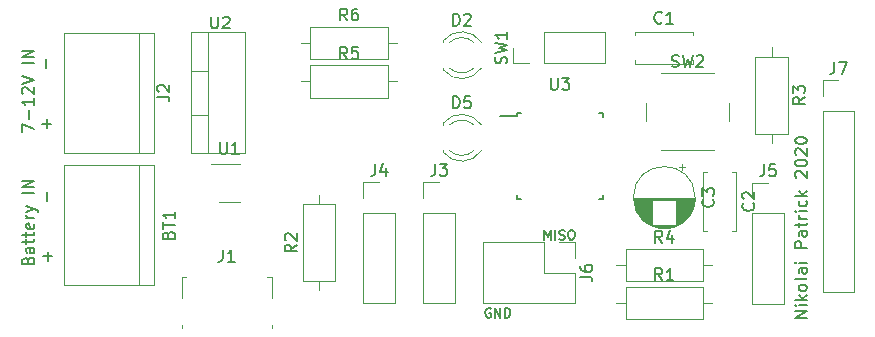
<source format=gbr>
%TF.GenerationSoftware,KiCad,Pcbnew,5.1.6+dfsg1-1~bpo10+1*%
%TF.CreationDate,2020-11-22T17:09:41+10:30*%
%TF.ProjectId,robotcontrol,726f626f-7463-46f6-9e74-726f6c2e6b69,rev?*%
%TF.SameCoordinates,Original*%
%TF.FileFunction,Legend,Top*%
%TF.FilePolarity,Positive*%
%FSLAX46Y46*%
G04 Gerber Fmt 4.6, Leading zero omitted, Abs format (unit mm)*
G04 Created by KiCad (PCBNEW 5.1.6+dfsg1-1~bpo10+1) date 2020-11-22 17:09:41*
%MOMM*%
%LPD*%
G01*
G04 APERTURE LIST*
%ADD10C,0.150000*%
%ADD11C,0.140000*%
%ADD12C,0.120000*%
G04 APERTURE END LIST*
D10*
X100178071Y-143852547D02*
X100178071Y-144614452D01*
X99868547Y-149321428D02*
X100630452Y-149321428D01*
X100249500Y-149702380D02*
X100249500Y-148940476D01*
X100241571Y-155155547D02*
X100241571Y-155917452D01*
X99932047Y-160560928D02*
X100693952Y-160560928D01*
X100313000Y-160941880D02*
X100313000Y-160179976D01*
X98114380Y-149995690D02*
X98114380Y-149329023D01*
X99114380Y-149757595D01*
X98733428Y-148948071D02*
X98733428Y-148186166D01*
X99114380Y-147186166D02*
X99114380Y-147757595D01*
X99114380Y-147471880D02*
X98114380Y-147471880D01*
X98257238Y-147567119D01*
X98352476Y-147662357D01*
X98400095Y-147757595D01*
X98209619Y-146805214D02*
X98162000Y-146757595D01*
X98114380Y-146662357D01*
X98114380Y-146424261D01*
X98162000Y-146329023D01*
X98209619Y-146281404D01*
X98304857Y-146233785D01*
X98400095Y-146233785D01*
X98542952Y-146281404D01*
X99114380Y-146852833D01*
X99114380Y-146233785D01*
X98114380Y-145948071D02*
X99114380Y-145614738D01*
X98114380Y-145281404D01*
X99114380Y-144186166D02*
X98114380Y-144186166D01*
X99114380Y-143709976D02*
X98114380Y-143709976D01*
X99114380Y-143138547D01*
X98114380Y-143138547D01*
X98654071Y-160909785D02*
X98701690Y-160766928D01*
X98749309Y-160719309D01*
X98844547Y-160671690D01*
X98987404Y-160671690D01*
X99082642Y-160719309D01*
X99130261Y-160766928D01*
X99177880Y-160862166D01*
X99177880Y-161243119D01*
X98177880Y-161243119D01*
X98177880Y-160909785D01*
X98225500Y-160814547D01*
X98273119Y-160766928D01*
X98368357Y-160719309D01*
X98463595Y-160719309D01*
X98558833Y-160766928D01*
X98606452Y-160814547D01*
X98654071Y-160909785D01*
X98654071Y-161243119D01*
X99177880Y-159814547D02*
X98654071Y-159814547D01*
X98558833Y-159862166D01*
X98511214Y-159957404D01*
X98511214Y-160147880D01*
X98558833Y-160243119D01*
X99130261Y-159814547D02*
X99177880Y-159909785D01*
X99177880Y-160147880D01*
X99130261Y-160243119D01*
X99035023Y-160290738D01*
X98939785Y-160290738D01*
X98844547Y-160243119D01*
X98796928Y-160147880D01*
X98796928Y-159909785D01*
X98749309Y-159814547D01*
X98511214Y-159481214D02*
X98511214Y-159100261D01*
X98177880Y-159338357D02*
X99035023Y-159338357D01*
X99130261Y-159290738D01*
X99177880Y-159195500D01*
X99177880Y-159100261D01*
X98511214Y-158909785D02*
X98511214Y-158528833D01*
X98177880Y-158766928D02*
X99035023Y-158766928D01*
X99130261Y-158719309D01*
X99177880Y-158624071D01*
X99177880Y-158528833D01*
X99130261Y-157814547D02*
X99177880Y-157909785D01*
X99177880Y-158100261D01*
X99130261Y-158195500D01*
X99035023Y-158243119D01*
X98654071Y-158243119D01*
X98558833Y-158195500D01*
X98511214Y-158100261D01*
X98511214Y-157909785D01*
X98558833Y-157814547D01*
X98654071Y-157766928D01*
X98749309Y-157766928D01*
X98844547Y-158243119D01*
X99177880Y-157338357D02*
X98511214Y-157338357D01*
X98701690Y-157338357D02*
X98606452Y-157290738D01*
X98558833Y-157243119D01*
X98511214Y-157147880D01*
X98511214Y-157052642D01*
X98511214Y-156814547D02*
X99177880Y-156576452D01*
X98511214Y-156338357D02*
X99177880Y-156576452D01*
X99415976Y-156671690D01*
X99463595Y-156719309D01*
X99511214Y-156814547D01*
X99177880Y-155195500D02*
X98177880Y-155195500D01*
X99177880Y-154719309D02*
X98177880Y-154719309D01*
X99177880Y-154147880D01*
X98177880Y-154147880D01*
X164582880Y-165759047D02*
X163582880Y-165759047D01*
X164582880Y-165187619D01*
X163582880Y-165187619D01*
X164582880Y-164711428D02*
X163916214Y-164711428D01*
X163582880Y-164711428D02*
X163630500Y-164759047D01*
X163678119Y-164711428D01*
X163630500Y-164663809D01*
X163582880Y-164711428D01*
X163678119Y-164711428D01*
X164582880Y-164235238D02*
X163582880Y-164235238D01*
X164201928Y-164140000D02*
X164582880Y-163854285D01*
X163916214Y-163854285D02*
X164297166Y-164235238D01*
X164582880Y-163282857D02*
X164535261Y-163378095D01*
X164487642Y-163425714D01*
X164392404Y-163473333D01*
X164106690Y-163473333D01*
X164011452Y-163425714D01*
X163963833Y-163378095D01*
X163916214Y-163282857D01*
X163916214Y-163140000D01*
X163963833Y-163044761D01*
X164011452Y-162997142D01*
X164106690Y-162949523D01*
X164392404Y-162949523D01*
X164487642Y-162997142D01*
X164535261Y-163044761D01*
X164582880Y-163140000D01*
X164582880Y-163282857D01*
X164582880Y-162378095D02*
X164535261Y-162473333D01*
X164440023Y-162520952D01*
X163582880Y-162520952D01*
X164582880Y-161568571D02*
X164059071Y-161568571D01*
X163963833Y-161616190D01*
X163916214Y-161711428D01*
X163916214Y-161901904D01*
X163963833Y-161997142D01*
X164535261Y-161568571D02*
X164582880Y-161663809D01*
X164582880Y-161901904D01*
X164535261Y-161997142D01*
X164440023Y-162044761D01*
X164344785Y-162044761D01*
X164249547Y-161997142D01*
X164201928Y-161901904D01*
X164201928Y-161663809D01*
X164154309Y-161568571D01*
X164582880Y-161092380D02*
X163916214Y-161092380D01*
X163582880Y-161092380D02*
X163630500Y-161140000D01*
X163678119Y-161092380D01*
X163630500Y-161044761D01*
X163582880Y-161092380D01*
X163678119Y-161092380D01*
X164582880Y-159854285D02*
X163582880Y-159854285D01*
X163582880Y-159473333D01*
X163630500Y-159378095D01*
X163678119Y-159330476D01*
X163773357Y-159282857D01*
X163916214Y-159282857D01*
X164011452Y-159330476D01*
X164059071Y-159378095D01*
X164106690Y-159473333D01*
X164106690Y-159854285D01*
X164582880Y-158425714D02*
X164059071Y-158425714D01*
X163963833Y-158473333D01*
X163916214Y-158568571D01*
X163916214Y-158759047D01*
X163963833Y-158854285D01*
X164535261Y-158425714D02*
X164582880Y-158520952D01*
X164582880Y-158759047D01*
X164535261Y-158854285D01*
X164440023Y-158901904D01*
X164344785Y-158901904D01*
X164249547Y-158854285D01*
X164201928Y-158759047D01*
X164201928Y-158520952D01*
X164154309Y-158425714D01*
X163916214Y-158092380D02*
X163916214Y-157711428D01*
X163582880Y-157949523D02*
X164440023Y-157949523D01*
X164535261Y-157901904D01*
X164582880Y-157806666D01*
X164582880Y-157711428D01*
X164582880Y-157378095D02*
X163916214Y-157378095D01*
X164106690Y-157378095D02*
X164011452Y-157330476D01*
X163963833Y-157282857D01*
X163916214Y-157187619D01*
X163916214Y-157092380D01*
X164582880Y-156759047D02*
X163916214Y-156759047D01*
X163582880Y-156759047D02*
X163630500Y-156806666D01*
X163678119Y-156759047D01*
X163630500Y-156711428D01*
X163582880Y-156759047D01*
X163678119Y-156759047D01*
X164535261Y-155854285D02*
X164582880Y-155949523D01*
X164582880Y-156140000D01*
X164535261Y-156235238D01*
X164487642Y-156282857D01*
X164392404Y-156330476D01*
X164106690Y-156330476D01*
X164011452Y-156282857D01*
X163963833Y-156235238D01*
X163916214Y-156140000D01*
X163916214Y-155949523D01*
X163963833Y-155854285D01*
X164582880Y-155425714D02*
X163582880Y-155425714D01*
X164201928Y-155330476D02*
X164582880Y-155044761D01*
X163916214Y-155044761D02*
X164297166Y-155425714D01*
X163678119Y-153901904D02*
X163630500Y-153854285D01*
X163582880Y-153759047D01*
X163582880Y-153520952D01*
X163630500Y-153425714D01*
X163678119Y-153378095D01*
X163773357Y-153330476D01*
X163868595Y-153330476D01*
X164011452Y-153378095D01*
X164582880Y-153949523D01*
X164582880Y-153330476D01*
X163582880Y-152711428D02*
X163582880Y-152616190D01*
X163630500Y-152520952D01*
X163678119Y-152473333D01*
X163773357Y-152425714D01*
X163963833Y-152378095D01*
X164201928Y-152378095D01*
X164392404Y-152425714D01*
X164487642Y-152473333D01*
X164535261Y-152520952D01*
X164582880Y-152616190D01*
X164582880Y-152711428D01*
X164535261Y-152806666D01*
X164487642Y-152854285D01*
X164392404Y-152901904D01*
X164201928Y-152949523D01*
X163963833Y-152949523D01*
X163773357Y-152901904D01*
X163678119Y-152854285D01*
X163630500Y-152806666D01*
X163582880Y-152711428D01*
X163678119Y-151997142D02*
X163630500Y-151949523D01*
X163582880Y-151854285D01*
X163582880Y-151616190D01*
X163630500Y-151520952D01*
X163678119Y-151473333D01*
X163773357Y-151425714D01*
X163868595Y-151425714D01*
X164011452Y-151473333D01*
X164582880Y-152044761D01*
X164582880Y-151425714D01*
X163582880Y-150806666D02*
X163582880Y-150711428D01*
X163630500Y-150616190D01*
X163678119Y-150568571D01*
X163773357Y-150520952D01*
X163963833Y-150473333D01*
X164201928Y-150473333D01*
X164392404Y-150520952D01*
X164487642Y-150568571D01*
X164535261Y-150616190D01*
X164582880Y-150711428D01*
X164582880Y-150806666D01*
X164535261Y-150901904D01*
X164487642Y-150949523D01*
X164392404Y-150997142D01*
X164201928Y-151044761D01*
X163963833Y-151044761D01*
X163773357Y-150997142D01*
X163678119Y-150949523D01*
X163630500Y-150901904D01*
X163582880Y-150806666D01*
D11*
X142362857Y-159136904D02*
X142362857Y-158336904D01*
X142629523Y-158908333D01*
X142896190Y-158336904D01*
X142896190Y-159136904D01*
X143277142Y-159136904D02*
X143277142Y-158336904D01*
X143620000Y-159098809D02*
X143734285Y-159136904D01*
X143924761Y-159136904D01*
X144000952Y-159098809D01*
X144039047Y-159060714D01*
X144077142Y-158984523D01*
X144077142Y-158908333D01*
X144039047Y-158832142D01*
X144000952Y-158794047D01*
X143924761Y-158755952D01*
X143772380Y-158717857D01*
X143696190Y-158679761D01*
X143658095Y-158641666D01*
X143620000Y-158565476D01*
X143620000Y-158489285D01*
X143658095Y-158413095D01*
X143696190Y-158375000D01*
X143772380Y-158336904D01*
X143962857Y-158336904D01*
X144077142Y-158375000D01*
X144572380Y-158336904D02*
X144724761Y-158336904D01*
X144800952Y-158375000D01*
X144877142Y-158451190D01*
X144915238Y-158603571D01*
X144915238Y-158870238D01*
X144877142Y-159022619D01*
X144800952Y-159098809D01*
X144724761Y-159136904D01*
X144572380Y-159136904D01*
X144496190Y-159098809D01*
X144420000Y-159022619D01*
X144381904Y-158870238D01*
X144381904Y-158603571D01*
X144420000Y-158451190D01*
X144496190Y-158375000D01*
X144572380Y-158336904D01*
X137803476Y-164979000D02*
X137727285Y-164940904D01*
X137613000Y-164940904D01*
X137498714Y-164979000D01*
X137422523Y-165055190D01*
X137384428Y-165131380D01*
X137346333Y-165283761D01*
X137346333Y-165398047D01*
X137384428Y-165550428D01*
X137422523Y-165626619D01*
X137498714Y-165702809D01*
X137613000Y-165740904D01*
X137689190Y-165740904D01*
X137803476Y-165702809D01*
X137841571Y-165664714D01*
X137841571Y-165398047D01*
X137689190Y-165398047D01*
X138184428Y-165740904D02*
X138184428Y-164940904D01*
X138641571Y-165740904D01*
X138641571Y-164940904D01*
X139022523Y-165740904D02*
X139022523Y-164940904D01*
X139213000Y-164940904D01*
X139327285Y-164979000D01*
X139403476Y-165055190D01*
X139441571Y-165131380D01*
X139479666Y-165283761D01*
X139479666Y-165398047D01*
X139441571Y-165550428D01*
X139403476Y-165626619D01*
X139327285Y-165702809D01*
X139213000Y-165740904D01*
X139022523Y-165740904D01*
D12*
%TO.C,J1*%
X119285000Y-162340000D02*
X118905000Y-162340000D01*
X119285000Y-166390000D02*
X119285000Y-166650000D01*
X119285000Y-162340000D02*
X119285000Y-164110000D01*
X111665000Y-162340000D02*
X112045000Y-162340000D01*
X111665000Y-164110000D02*
X111665000Y-162340000D01*
X111665000Y-166650000D02*
X111665000Y-166390000D01*
%TO.C,BT1*%
X109330000Y-163029500D02*
X109330000Y-152869500D01*
X101710000Y-163029500D02*
X109330000Y-163029500D01*
X101710000Y-152869500D02*
X101710000Y-163029500D01*
X109330000Y-152869500D02*
X101710000Y-152869500D01*
X108060000Y-152869500D02*
X108060000Y-163029500D01*
D10*
%TO.C,U3*%
X140045800Y-148644000D02*
X138620800Y-148644000D01*
X147295800Y-148419000D02*
X146970800Y-148419000D01*
X147295800Y-155669000D02*
X146970800Y-155669000D01*
X140045800Y-155669000D02*
X140370800Y-155669000D01*
X140045800Y-148419000D02*
X140370800Y-148419000D01*
X140045800Y-155669000D02*
X140045800Y-155344000D01*
X147295800Y-155669000D02*
X147295800Y-155344000D01*
X147295800Y-148419000D02*
X147295800Y-148744000D01*
X140045800Y-148419000D02*
X140045800Y-148644000D01*
D12*
%TO.C,J6*%
X144950000Y-159350000D02*
X144950000Y-160680000D01*
X143620000Y-159350000D02*
X144950000Y-159350000D01*
X144950000Y-161950000D02*
X144950000Y-164550000D01*
X142350000Y-161950000D02*
X144950000Y-161950000D01*
X142350000Y-159350000D02*
X142350000Y-161950000D01*
X144950000Y-164550000D02*
X137210000Y-164550000D01*
X142350000Y-159350000D02*
X137210000Y-159350000D01*
X137210000Y-159350000D02*
X137210000Y-164550000D01*
%TO.C,U2*%
X112410000Y-144859000D02*
X113920000Y-144859000D01*
X112410000Y-148560000D02*
X113920000Y-148560000D01*
X113920000Y-151830000D02*
X113920000Y-141590000D01*
X112410000Y-141590000D02*
X117051000Y-141590000D01*
X112410000Y-151830000D02*
X117051000Y-151830000D01*
X117051000Y-151830000D02*
X117051000Y-141590000D01*
X112410000Y-151830000D02*
X112410000Y-141590000D01*
%TO.C,U1*%
X116580000Y-152720000D02*
X114130000Y-152720000D01*
X114780000Y-155940000D02*
X116580000Y-155940000D01*
%TO.C,SW2*%
X157990000Y-149075000D02*
X157990000Y-147575000D01*
X156740000Y-145075000D02*
X152240000Y-145075000D01*
X150990000Y-147575000D02*
X150990000Y-149075000D01*
X152240000Y-151575000D02*
X156740000Y-151575000D01*
%TO.C,SW1*%
X139750000Y-144230000D02*
X139750000Y-142900000D01*
X141080000Y-144230000D02*
X139750000Y-144230000D01*
X142350000Y-144230000D02*
X142350000Y-141570000D01*
X142350000Y-141570000D02*
X147490000Y-141570000D01*
X142350000Y-144230000D02*
X147490000Y-144230000D01*
X147490000Y-144230000D02*
X147490000Y-141570000D01*
%TO.C,R4*%
X156550000Y-161315000D02*
X155780000Y-161315000D01*
X148470000Y-161315000D02*
X149240000Y-161315000D01*
X155780000Y-159945000D02*
X149240000Y-159945000D01*
X155780000Y-162685000D02*
X155780000Y-159945000D01*
X149240000Y-162685000D02*
X155780000Y-162685000D01*
X149240000Y-159945000D02*
X149240000Y-162685000D01*
%TO.C,R3*%
X161603200Y-150953200D02*
X161603200Y-150183200D01*
X161603200Y-142873200D02*
X161603200Y-143643200D01*
X162973200Y-150183200D02*
X162973200Y-143643200D01*
X160233200Y-150183200D02*
X162973200Y-150183200D01*
X160233200Y-143643200D02*
X160233200Y-150183200D01*
X162973200Y-143643200D02*
X160233200Y-143643200D01*
%TO.C,R2*%
X123300000Y-155370000D02*
X123300000Y-156140000D01*
X123300000Y-163450000D02*
X123300000Y-162680000D01*
X121930000Y-156140000D02*
X121930000Y-162680000D01*
X124670000Y-156140000D02*
X121930000Y-156140000D01*
X124670000Y-162680000D02*
X124670000Y-156140000D01*
X121930000Y-162680000D02*
X124670000Y-162680000D01*
%TO.C,R1*%
X156550000Y-164490000D02*
X155780000Y-164490000D01*
X148470000Y-164490000D02*
X149240000Y-164490000D01*
X155780000Y-163120000D02*
X149240000Y-163120000D01*
X155780000Y-165860000D02*
X155780000Y-163120000D01*
X149240000Y-165860000D02*
X155780000Y-165860000D01*
X149240000Y-163120000D02*
X149240000Y-165860000D01*
%TO.C,J5*%
X159968400Y-154320800D02*
X161298400Y-154320800D01*
X159968400Y-155650800D02*
X159968400Y-154320800D01*
X159968400Y-156920800D02*
X162628400Y-156920800D01*
X162628400Y-156920800D02*
X162628400Y-164600800D01*
X159968400Y-156920800D02*
X159968400Y-164600800D01*
X159968400Y-164600800D02*
X162628400Y-164600800D01*
%TO.C,J4*%
X127050000Y-154270000D02*
X128380000Y-154270000D01*
X127050000Y-155600000D02*
X127050000Y-154270000D01*
X127050000Y-156870000D02*
X129710000Y-156870000D01*
X129710000Y-156870000D02*
X129710000Y-164550000D01*
X127050000Y-156870000D02*
X127050000Y-164550000D01*
X127050000Y-164550000D02*
X129710000Y-164550000D01*
%TO.C,J3*%
X132130000Y-154270000D02*
X133460000Y-154270000D01*
X132130000Y-155600000D02*
X132130000Y-154270000D01*
X132130000Y-156870000D02*
X134790000Y-156870000D01*
X134790000Y-156870000D02*
X134790000Y-164550000D01*
X132130000Y-156870000D02*
X132130000Y-164550000D01*
X132130000Y-164550000D02*
X134790000Y-164550000D01*
%TO.C,J2*%
X109330000Y-151790000D02*
X109330000Y-141630000D01*
X101710000Y-151790000D02*
X109330000Y-151790000D01*
X101710000Y-141630000D02*
X101710000Y-151790000D01*
X109330000Y-141630000D02*
X101710000Y-141630000D01*
X108060000Y-141630000D02*
X108060000Y-151790000D01*
%TO.C,D5*%
X133805000Y-151600000D02*
X133805000Y-151756000D01*
X133805000Y-149284000D02*
X133805000Y-149440000D01*
X136406130Y-151599837D02*
G75*
G02*
X134324039Y-151600000I-1041130J1079837D01*
G01*
X136406130Y-149440163D02*
G75*
G03*
X134324039Y-149440000I-1041130J-1079837D01*
G01*
X137037335Y-151598608D02*
G75*
G02*
X133805000Y-151755516I-1672335J1078608D01*
G01*
X137037335Y-149441392D02*
G75*
G03*
X133805000Y-149284484I-1672335J-1078608D01*
G01*
%TO.C,D2*%
X133805000Y-144615000D02*
X133805000Y-144771000D01*
X133805000Y-142299000D02*
X133805000Y-142455000D01*
X136406130Y-144614837D02*
G75*
G02*
X134324039Y-144615000I-1041130J1079837D01*
G01*
X136406130Y-142455163D02*
G75*
G03*
X134324039Y-142455000I-1041130J-1079837D01*
G01*
X137037335Y-144613608D02*
G75*
G02*
X133805000Y-144770516I-1672335J1078608D01*
G01*
X137037335Y-142456392D02*
G75*
G03*
X133805000Y-142299484I-1672335J-1078608D01*
G01*
%TO.C,C3*%
X154235000Y-153025225D02*
X153735000Y-153025225D01*
X153985000Y-152775225D02*
X153985000Y-153275225D01*
X152794000Y-158181000D02*
X152226000Y-158181000D01*
X153028000Y-158141000D02*
X151992000Y-158141000D01*
X153187000Y-158101000D02*
X151833000Y-158101000D01*
X153315000Y-158061000D02*
X151705000Y-158061000D01*
X153425000Y-158021000D02*
X151595000Y-158021000D01*
X153521000Y-157981000D02*
X151499000Y-157981000D01*
X153608000Y-157941000D02*
X151412000Y-157941000D01*
X153688000Y-157901000D02*
X151332000Y-157901000D01*
X151470000Y-157861000D02*
X151259000Y-157861000D01*
X153761000Y-157861000D02*
X153550000Y-157861000D01*
X151470000Y-157821000D02*
X151191000Y-157821000D01*
X153829000Y-157821000D02*
X153550000Y-157821000D01*
X151470000Y-157781000D02*
X151127000Y-157781000D01*
X153893000Y-157781000D02*
X153550000Y-157781000D01*
X151470000Y-157741000D02*
X151067000Y-157741000D01*
X153953000Y-157741000D02*
X153550000Y-157741000D01*
X151470000Y-157701000D02*
X151010000Y-157701000D01*
X154010000Y-157701000D02*
X153550000Y-157701000D01*
X151470000Y-157661000D02*
X150956000Y-157661000D01*
X154064000Y-157661000D02*
X153550000Y-157661000D01*
X151470000Y-157621000D02*
X150905000Y-157621000D01*
X154115000Y-157621000D02*
X153550000Y-157621000D01*
X151470000Y-157581000D02*
X150857000Y-157581000D01*
X154163000Y-157581000D02*
X153550000Y-157581000D01*
X151470000Y-157541000D02*
X150811000Y-157541000D01*
X154209000Y-157541000D02*
X153550000Y-157541000D01*
X151470000Y-157501000D02*
X150767000Y-157501000D01*
X154253000Y-157501000D02*
X153550000Y-157501000D01*
X151470000Y-157461000D02*
X150725000Y-157461000D01*
X154295000Y-157461000D02*
X153550000Y-157461000D01*
X151470000Y-157421000D02*
X150684000Y-157421000D01*
X154336000Y-157421000D02*
X153550000Y-157421000D01*
X151470000Y-157381000D02*
X150646000Y-157381000D01*
X154374000Y-157381000D02*
X153550000Y-157381000D01*
X151470000Y-157341000D02*
X150609000Y-157341000D01*
X154411000Y-157341000D02*
X153550000Y-157341000D01*
X151470000Y-157301000D02*
X150573000Y-157301000D01*
X154447000Y-157301000D02*
X153550000Y-157301000D01*
X151470000Y-157261000D02*
X150539000Y-157261000D01*
X154481000Y-157261000D02*
X153550000Y-157261000D01*
X151470000Y-157221000D02*
X150506000Y-157221000D01*
X154514000Y-157221000D02*
X153550000Y-157221000D01*
X151470000Y-157181000D02*
X150475000Y-157181000D01*
X154545000Y-157181000D02*
X153550000Y-157181000D01*
X151470000Y-157141000D02*
X150445000Y-157141000D01*
X154575000Y-157141000D02*
X153550000Y-157141000D01*
X151470000Y-157101000D02*
X150415000Y-157101000D01*
X154605000Y-157101000D02*
X153550000Y-157101000D01*
X151470000Y-157061000D02*
X150388000Y-157061000D01*
X154632000Y-157061000D02*
X153550000Y-157061000D01*
X151470000Y-157021000D02*
X150361000Y-157021000D01*
X154659000Y-157021000D02*
X153550000Y-157021000D01*
X151470000Y-156981000D02*
X150335000Y-156981000D01*
X154685000Y-156981000D02*
X153550000Y-156981000D01*
X151470000Y-156941000D02*
X150310000Y-156941000D01*
X154710000Y-156941000D02*
X153550000Y-156941000D01*
X151470000Y-156901000D02*
X150286000Y-156901000D01*
X154734000Y-156901000D02*
X153550000Y-156901000D01*
X151470000Y-156861000D02*
X150263000Y-156861000D01*
X154757000Y-156861000D02*
X153550000Y-156861000D01*
X151470000Y-156821000D02*
X150242000Y-156821000D01*
X154778000Y-156821000D02*
X153550000Y-156821000D01*
X151470000Y-156781000D02*
X150220000Y-156781000D01*
X154800000Y-156781000D02*
X153550000Y-156781000D01*
X151470000Y-156741000D02*
X150200000Y-156741000D01*
X154820000Y-156741000D02*
X153550000Y-156741000D01*
X151470000Y-156701000D02*
X150181000Y-156701000D01*
X154839000Y-156701000D02*
X153550000Y-156701000D01*
X151470000Y-156661000D02*
X150162000Y-156661000D01*
X154858000Y-156661000D02*
X153550000Y-156661000D01*
X151470000Y-156621000D02*
X150145000Y-156621000D01*
X154875000Y-156621000D02*
X153550000Y-156621000D01*
X151470000Y-156581000D02*
X150128000Y-156581000D01*
X154892000Y-156581000D02*
X153550000Y-156581000D01*
X151470000Y-156541000D02*
X150112000Y-156541000D01*
X154908000Y-156541000D02*
X153550000Y-156541000D01*
X151470000Y-156501000D02*
X150096000Y-156501000D01*
X154924000Y-156501000D02*
X153550000Y-156501000D01*
X151470000Y-156461000D02*
X150082000Y-156461000D01*
X154938000Y-156461000D02*
X153550000Y-156461000D01*
X151470000Y-156421000D02*
X150068000Y-156421000D01*
X154952000Y-156421000D02*
X153550000Y-156421000D01*
X151470000Y-156381000D02*
X150055000Y-156381000D01*
X154965000Y-156381000D02*
X153550000Y-156381000D01*
X151470000Y-156341000D02*
X150042000Y-156341000D01*
X154978000Y-156341000D02*
X153550000Y-156341000D01*
X151470000Y-156301000D02*
X150030000Y-156301000D01*
X154990000Y-156301000D02*
X153550000Y-156301000D01*
X151470000Y-156260000D02*
X150019000Y-156260000D01*
X155001000Y-156260000D02*
X153550000Y-156260000D01*
X151470000Y-156220000D02*
X150009000Y-156220000D01*
X155011000Y-156220000D02*
X153550000Y-156220000D01*
X151470000Y-156180000D02*
X149999000Y-156180000D01*
X155021000Y-156180000D02*
X153550000Y-156180000D01*
X151470000Y-156140000D02*
X149990000Y-156140000D01*
X155030000Y-156140000D02*
X153550000Y-156140000D01*
X151470000Y-156100000D02*
X149982000Y-156100000D01*
X155038000Y-156100000D02*
X153550000Y-156100000D01*
X151470000Y-156060000D02*
X149974000Y-156060000D01*
X155046000Y-156060000D02*
X153550000Y-156060000D01*
X151470000Y-156020000D02*
X149967000Y-156020000D01*
X155053000Y-156020000D02*
X153550000Y-156020000D01*
X151470000Y-155980000D02*
X149960000Y-155980000D01*
X155060000Y-155980000D02*
X153550000Y-155980000D01*
X151470000Y-155940000D02*
X149954000Y-155940000D01*
X155066000Y-155940000D02*
X153550000Y-155940000D01*
X151470000Y-155900000D02*
X149949000Y-155900000D01*
X155071000Y-155900000D02*
X153550000Y-155900000D01*
X151470000Y-155860000D02*
X149945000Y-155860000D01*
X155075000Y-155860000D02*
X153550000Y-155860000D01*
X151470000Y-155820000D02*
X149941000Y-155820000D01*
X155079000Y-155820000D02*
X153550000Y-155820000D01*
X155083000Y-155780000D02*
X149937000Y-155780000D01*
X155086000Y-155740000D02*
X149934000Y-155740000D01*
X155088000Y-155700000D02*
X149932000Y-155700000D01*
X155089000Y-155660000D02*
X149931000Y-155660000D01*
X155090000Y-155620000D02*
X149930000Y-155620000D01*
X155090000Y-155580000D02*
X149930000Y-155580000D01*
X155130000Y-155580000D02*
G75*
G03*
X155130000Y-155580000I-2620000J0D01*
G01*
%TO.C,C2*%
X156128600Y-158385600D02*
X155813600Y-158385600D01*
X158553600Y-158385600D02*
X158238600Y-158385600D01*
X156128600Y-153445600D02*
X155813600Y-153445600D01*
X158553600Y-153445600D02*
X158238600Y-153445600D01*
X155813600Y-153445600D02*
X155813600Y-158385600D01*
X158553600Y-153445600D02*
X158553600Y-158385600D01*
%TO.C,C1*%
X154940000Y-143955000D02*
X154940000Y-144270000D01*
X154940000Y-141530000D02*
X154940000Y-141845000D01*
X150000000Y-143955000D02*
X150000000Y-144270000D01*
X150000000Y-141530000D02*
X150000000Y-141845000D01*
X150000000Y-144270000D02*
X154940000Y-144270000D01*
X150000000Y-141530000D02*
X154940000Y-141530000D01*
%TO.C,R5*%
X129870000Y-145750000D02*
X129100000Y-145750000D01*
X121790000Y-145750000D02*
X122560000Y-145750000D01*
X129100000Y-144380000D02*
X122560000Y-144380000D01*
X129100000Y-147120000D02*
X129100000Y-144380000D01*
X122560000Y-147120000D02*
X129100000Y-147120000D01*
X122560000Y-144380000D02*
X122560000Y-147120000D01*
%TO.C,R6*%
X122560000Y-141130000D02*
X122560000Y-143870000D01*
X122560000Y-143870000D02*
X129100000Y-143870000D01*
X129100000Y-143870000D02*
X129100000Y-141130000D01*
X129100000Y-141130000D02*
X122560000Y-141130000D01*
X121790000Y-142500000D02*
X122560000Y-142500000D01*
X129870000Y-142500000D02*
X129100000Y-142500000D01*
%TO.C,J7*%
X165920000Y-163570000D02*
X168580000Y-163570000D01*
X165920000Y-148270000D02*
X165920000Y-163570000D01*
X168580000Y-148270000D02*
X168580000Y-163570000D01*
X165920000Y-148270000D02*
X168580000Y-148270000D01*
X165920000Y-147000000D02*
X165920000Y-145670000D01*
X165920000Y-145670000D02*
X167250000Y-145670000D01*
%TO.C,J1*%
D10*
X115141666Y-160002380D02*
X115141666Y-160716666D01*
X115094047Y-160859523D01*
X114998809Y-160954761D01*
X114855952Y-161002380D01*
X114760714Y-161002380D01*
X116141666Y-161002380D02*
X115570238Y-161002380D01*
X115855952Y-161002380D02*
X115855952Y-160002380D01*
X115760714Y-160145238D01*
X115665476Y-160240476D01*
X115570238Y-160288095D01*
%TO.C,BT1*%
X110528571Y-158735214D02*
X110576190Y-158592357D01*
X110623809Y-158544738D01*
X110719047Y-158497119D01*
X110861904Y-158497119D01*
X110957142Y-158544738D01*
X111004761Y-158592357D01*
X111052380Y-158687595D01*
X111052380Y-159068547D01*
X110052380Y-159068547D01*
X110052380Y-158735214D01*
X110100000Y-158639976D01*
X110147619Y-158592357D01*
X110242857Y-158544738D01*
X110338095Y-158544738D01*
X110433333Y-158592357D01*
X110480952Y-158639976D01*
X110528571Y-158735214D01*
X110528571Y-159068547D01*
X110052380Y-158211404D02*
X110052380Y-157639976D01*
X111052380Y-157925690D02*
X110052380Y-157925690D01*
X111052380Y-156782833D02*
X111052380Y-157354261D01*
X111052380Y-157068547D02*
X110052380Y-157068547D01*
X110195238Y-157163785D01*
X110290476Y-157259023D01*
X110338095Y-157354261D01*
%TO.C,U3*%
X142908895Y-145446380D02*
X142908895Y-146255904D01*
X142956514Y-146351142D01*
X143004133Y-146398761D01*
X143099371Y-146446380D01*
X143289847Y-146446380D01*
X143385085Y-146398761D01*
X143432704Y-146351142D01*
X143480323Y-146255904D01*
X143480323Y-145446380D01*
X143861276Y-145446380D02*
X144480323Y-145446380D01*
X144146990Y-145827333D01*
X144289847Y-145827333D01*
X144385085Y-145874952D01*
X144432704Y-145922571D01*
X144480323Y-146017809D01*
X144480323Y-146255904D01*
X144432704Y-146351142D01*
X144385085Y-146398761D01*
X144289847Y-146446380D01*
X144004133Y-146446380D01*
X143908895Y-146398761D01*
X143861276Y-146351142D01*
%TO.C,J6*%
X145402380Y-162283333D02*
X146116666Y-162283333D01*
X146259523Y-162330952D01*
X146354761Y-162426190D01*
X146402380Y-162569047D01*
X146402380Y-162664285D01*
X145402380Y-161378571D02*
X145402380Y-161569047D01*
X145450000Y-161664285D01*
X145497619Y-161711904D01*
X145640476Y-161807142D01*
X145830952Y-161854761D01*
X146211904Y-161854761D01*
X146307142Y-161807142D01*
X146354761Y-161759523D01*
X146402380Y-161664285D01*
X146402380Y-161473809D01*
X146354761Y-161378571D01*
X146307142Y-161330952D01*
X146211904Y-161283333D01*
X145973809Y-161283333D01*
X145878571Y-161330952D01*
X145830952Y-161378571D01*
X145783333Y-161473809D01*
X145783333Y-161664285D01*
X145830952Y-161759523D01*
X145878571Y-161807142D01*
X145973809Y-161854761D01*
%TO.C,U2*%
X114156095Y-140256880D02*
X114156095Y-141066404D01*
X114203714Y-141161642D01*
X114251333Y-141209261D01*
X114346571Y-141256880D01*
X114537047Y-141256880D01*
X114632285Y-141209261D01*
X114679904Y-141161642D01*
X114727523Y-141066404D01*
X114727523Y-140256880D01*
X115156095Y-140352119D02*
X115203714Y-140304500D01*
X115298952Y-140256880D01*
X115537047Y-140256880D01*
X115632285Y-140304500D01*
X115679904Y-140352119D01*
X115727523Y-140447357D01*
X115727523Y-140542595D01*
X115679904Y-140685452D01*
X115108476Y-141256880D01*
X115727523Y-141256880D01*
%TO.C,U1*%
X114918095Y-150882380D02*
X114918095Y-151691904D01*
X114965714Y-151787142D01*
X115013333Y-151834761D01*
X115108571Y-151882380D01*
X115299047Y-151882380D01*
X115394285Y-151834761D01*
X115441904Y-151787142D01*
X115489523Y-151691904D01*
X115489523Y-150882380D01*
X116489523Y-151882380D02*
X115918095Y-151882380D01*
X116203809Y-151882380D02*
X116203809Y-150882380D01*
X116108571Y-151025238D01*
X116013333Y-151120476D01*
X115918095Y-151168095D01*
%TO.C,SW2*%
X153156666Y-144479761D02*
X153299523Y-144527380D01*
X153537619Y-144527380D01*
X153632857Y-144479761D01*
X153680476Y-144432142D01*
X153728095Y-144336904D01*
X153728095Y-144241666D01*
X153680476Y-144146428D01*
X153632857Y-144098809D01*
X153537619Y-144051190D01*
X153347142Y-144003571D01*
X153251904Y-143955952D01*
X153204285Y-143908333D01*
X153156666Y-143813095D01*
X153156666Y-143717857D01*
X153204285Y-143622619D01*
X153251904Y-143575000D01*
X153347142Y-143527380D01*
X153585238Y-143527380D01*
X153728095Y-143575000D01*
X154061428Y-143527380D02*
X154299523Y-144527380D01*
X154490000Y-143813095D01*
X154680476Y-144527380D01*
X154918571Y-143527380D01*
X155251904Y-143622619D02*
X155299523Y-143575000D01*
X155394761Y-143527380D01*
X155632857Y-143527380D01*
X155728095Y-143575000D01*
X155775714Y-143622619D01*
X155823333Y-143717857D01*
X155823333Y-143813095D01*
X155775714Y-143955952D01*
X155204285Y-144527380D01*
X155823333Y-144527380D01*
%TO.C,SW1*%
X139154761Y-144233333D02*
X139202380Y-144090476D01*
X139202380Y-143852380D01*
X139154761Y-143757142D01*
X139107142Y-143709523D01*
X139011904Y-143661904D01*
X138916666Y-143661904D01*
X138821428Y-143709523D01*
X138773809Y-143757142D01*
X138726190Y-143852380D01*
X138678571Y-144042857D01*
X138630952Y-144138095D01*
X138583333Y-144185714D01*
X138488095Y-144233333D01*
X138392857Y-144233333D01*
X138297619Y-144185714D01*
X138250000Y-144138095D01*
X138202380Y-144042857D01*
X138202380Y-143804761D01*
X138250000Y-143661904D01*
X138202380Y-143328571D02*
X139202380Y-143090476D01*
X138488095Y-142900000D01*
X139202380Y-142709523D01*
X138202380Y-142471428D01*
X139202380Y-141566666D02*
X139202380Y-142138095D01*
X139202380Y-141852380D02*
X138202380Y-141852380D01*
X138345238Y-141947619D01*
X138440476Y-142042857D01*
X138488095Y-142138095D01*
%TO.C,R4*%
X152343333Y-159397380D02*
X152010000Y-158921190D01*
X151771904Y-159397380D02*
X151771904Y-158397380D01*
X152152857Y-158397380D01*
X152248095Y-158445000D01*
X152295714Y-158492619D01*
X152343333Y-158587857D01*
X152343333Y-158730714D01*
X152295714Y-158825952D01*
X152248095Y-158873571D01*
X152152857Y-158921190D01*
X151771904Y-158921190D01*
X153200476Y-158730714D02*
X153200476Y-159397380D01*
X152962380Y-158349761D02*
X152724285Y-159064047D01*
X153343333Y-159064047D01*
%TO.C,R3*%
X164425580Y-147079866D02*
X163949390Y-147413200D01*
X164425580Y-147651295D02*
X163425580Y-147651295D01*
X163425580Y-147270342D01*
X163473200Y-147175104D01*
X163520819Y-147127485D01*
X163616057Y-147079866D01*
X163758914Y-147079866D01*
X163854152Y-147127485D01*
X163901771Y-147175104D01*
X163949390Y-147270342D01*
X163949390Y-147651295D01*
X163425580Y-146746533D02*
X163425580Y-146127485D01*
X163806533Y-146460819D01*
X163806533Y-146317961D01*
X163854152Y-146222723D01*
X163901771Y-146175104D01*
X163997009Y-146127485D01*
X164235104Y-146127485D01*
X164330342Y-146175104D01*
X164377961Y-146222723D01*
X164425580Y-146317961D01*
X164425580Y-146603676D01*
X164377961Y-146698914D01*
X164330342Y-146746533D01*
%TO.C,R2*%
X121382380Y-159576666D02*
X120906190Y-159910000D01*
X121382380Y-160148095D02*
X120382380Y-160148095D01*
X120382380Y-159767142D01*
X120430000Y-159671904D01*
X120477619Y-159624285D01*
X120572857Y-159576666D01*
X120715714Y-159576666D01*
X120810952Y-159624285D01*
X120858571Y-159671904D01*
X120906190Y-159767142D01*
X120906190Y-160148095D01*
X120477619Y-159195714D02*
X120430000Y-159148095D01*
X120382380Y-159052857D01*
X120382380Y-158814761D01*
X120430000Y-158719523D01*
X120477619Y-158671904D01*
X120572857Y-158624285D01*
X120668095Y-158624285D01*
X120810952Y-158671904D01*
X121382380Y-159243333D01*
X121382380Y-158624285D01*
%TO.C,R1*%
X152343333Y-162572380D02*
X152010000Y-162096190D01*
X151771904Y-162572380D02*
X151771904Y-161572380D01*
X152152857Y-161572380D01*
X152248095Y-161620000D01*
X152295714Y-161667619D01*
X152343333Y-161762857D01*
X152343333Y-161905714D01*
X152295714Y-162000952D01*
X152248095Y-162048571D01*
X152152857Y-162096190D01*
X151771904Y-162096190D01*
X153295714Y-162572380D02*
X152724285Y-162572380D01*
X153010000Y-162572380D02*
X153010000Y-161572380D01*
X152914761Y-161715238D01*
X152819523Y-161810476D01*
X152724285Y-161858095D01*
%TO.C,J5*%
X160965066Y-152773180D02*
X160965066Y-153487466D01*
X160917447Y-153630323D01*
X160822209Y-153725561D01*
X160679352Y-153773180D01*
X160584114Y-153773180D01*
X161917447Y-152773180D02*
X161441257Y-152773180D01*
X161393638Y-153249371D01*
X161441257Y-153201752D01*
X161536495Y-153154133D01*
X161774590Y-153154133D01*
X161869828Y-153201752D01*
X161917447Y-153249371D01*
X161965066Y-153344609D01*
X161965066Y-153582704D01*
X161917447Y-153677942D01*
X161869828Y-153725561D01*
X161774590Y-153773180D01*
X161536495Y-153773180D01*
X161441257Y-153725561D01*
X161393638Y-153677942D01*
%TO.C,J4*%
X128046666Y-152722380D02*
X128046666Y-153436666D01*
X127999047Y-153579523D01*
X127903809Y-153674761D01*
X127760952Y-153722380D01*
X127665714Y-153722380D01*
X128951428Y-153055714D02*
X128951428Y-153722380D01*
X128713333Y-152674761D02*
X128475238Y-153389047D01*
X129094285Y-153389047D01*
%TO.C,J3*%
X133126666Y-152722380D02*
X133126666Y-153436666D01*
X133079047Y-153579523D01*
X132983809Y-153674761D01*
X132840952Y-153722380D01*
X132745714Y-153722380D01*
X133507619Y-152722380D02*
X134126666Y-152722380D01*
X133793333Y-153103333D01*
X133936190Y-153103333D01*
X134031428Y-153150952D01*
X134079047Y-153198571D01*
X134126666Y-153293809D01*
X134126666Y-153531904D01*
X134079047Y-153627142D01*
X134031428Y-153674761D01*
X133936190Y-153722380D01*
X133650476Y-153722380D01*
X133555238Y-153674761D01*
X133507619Y-153627142D01*
%TO.C,J2*%
X109607880Y-147043333D02*
X110322166Y-147043333D01*
X110465023Y-147090952D01*
X110560261Y-147186190D01*
X110607880Y-147329047D01*
X110607880Y-147424285D01*
X109703119Y-146614761D02*
X109655500Y-146567142D01*
X109607880Y-146471904D01*
X109607880Y-146233809D01*
X109655500Y-146138571D01*
X109703119Y-146090952D01*
X109798357Y-146043333D01*
X109893595Y-146043333D01*
X110036452Y-146090952D01*
X110607880Y-146662380D01*
X110607880Y-146043333D01*
%TO.C,D5*%
X134626904Y-148012380D02*
X134626904Y-147012380D01*
X134865000Y-147012380D01*
X135007857Y-147060000D01*
X135103095Y-147155238D01*
X135150714Y-147250476D01*
X135198333Y-147440952D01*
X135198333Y-147583809D01*
X135150714Y-147774285D01*
X135103095Y-147869523D01*
X135007857Y-147964761D01*
X134865000Y-148012380D01*
X134626904Y-148012380D01*
X136103095Y-147012380D02*
X135626904Y-147012380D01*
X135579285Y-147488571D01*
X135626904Y-147440952D01*
X135722142Y-147393333D01*
X135960238Y-147393333D01*
X136055476Y-147440952D01*
X136103095Y-147488571D01*
X136150714Y-147583809D01*
X136150714Y-147821904D01*
X136103095Y-147917142D01*
X136055476Y-147964761D01*
X135960238Y-148012380D01*
X135722142Y-148012380D01*
X135626904Y-147964761D01*
X135579285Y-147917142D01*
%TO.C,D2*%
X134626904Y-141027380D02*
X134626904Y-140027380D01*
X134865000Y-140027380D01*
X135007857Y-140075000D01*
X135103095Y-140170238D01*
X135150714Y-140265476D01*
X135198333Y-140455952D01*
X135198333Y-140598809D01*
X135150714Y-140789285D01*
X135103095Y-140884523D01*
X135007857Y-140979761D01*
X134865000Y-141027380D01*
X134626904Y-141027380D01*
X135579285Y-140122619D02*
X135626904Y-140075000D01*
X135722142Y-140027380D01*
X135960238Y-140027380D01*
X136055476Y-140075000D01*
X136103095Y-140122619D01*
X136150714Y-140217857D01*
X136150714Y-140313095D01*
X136103095Y-140455952D01*
X135531666Y-141027380D01*
X136150714Y-141027380D01*
%TO.C,C3*%
X156617142Y-155746666D02*
X156664761Y-155794285D01*
X156712380Y-155937142D01*
X156712380Y-156032380D01*
X156664761Y-156175238D01*
X156569523Y-156270476D01*
X156474285Y-156318095D01*
X156283809Y-156365714D01*
X156140952Y-156365714D01*
X155950476Y-156318095D01*
X155855238Y-156270476D01*
X155760000Y-156175238D01*
X155712380Y-156032380D01*
X155712380Y-155937142D01*
X155760000Y-155794285D01*
X155807619Y-155746666D01*
X155712380Y-155413333D02*
X155712380Y-154794285D01*
X156093333Y-155127619D01*
X156093333Y-154984761D01*
X156140952Y-154889523D01*
X156188571Y-154841904D01*
X156283809Y-154794285D01*
X156521904Y-154794285D01*
X156617142Y-154841904D01*
X156664761Y-154889523D01*
X156712380Y-154984761D01*
X156712380Y-155270476D01*
X156664761Y-155365714D01*
X156617142Y-155413333D01*
%TO.C,C2*%
X160040742Y-156082266D02*
X160088361Y-156129885D01*
X160135980Y-156272742D01*
X160135980Y-156367980D01*
X160088361Y-156510838D01*
X159993123Y-156606076D01*
X159897885Y-156653695D01*
X159707409Y-156701314D01*
X159564552Y-156701314D01*
X159374076Y-156653695D01*
X159278838Y-156606076D01*
X159183600Y-156510838D01*
X159135980Y-156367980D01*
X159135980Y-156272742D01*
X159183600Y-156129885D01*
X159231219Y-156082266D01*
X159231219Y-155701314D02*
X159183600Y-155653695D01*
X159135980Y-155558457D01*
X159135980Y-155320361D01*
X159183600Y-155225123D01*
X159231219Y-155177504D01*
X159326457Y-155129885D01*
X159421695Y-155129885D01*
X159564552Y-155177504D01*
X160135980Y-155748933D01*
X160135980Y-155129885D01*
%TO.C,C1*%
X152303333Y-140757142D02*
X152255714Y-140804761D01*
X152112857Y-140852380D01*
X152017619Y-140852380D01*
X151874761Y-140804761D01*
X151779523Y-140709523D01*
X151731904Y-140614285D01*
X151684285Y-140423809D01*
X151684285Y-140280952D01*
X151731904Y-140090476D01*
X151779523Y-139995238D01*
X151874761Y-139900000D01*
X152017619Y-139852380D01*
X152112857Y-139852380D01*
X152255714Y-139900000D01*
X152303333Y-139947619D01*
X153255714Y-140852380D02*
X152684285Y-140852380D01*
X152970000Y-140852380D02*
X152970000Y-139852380D01*
X152874761Y-139995238D01*
X152779523Y-140090476D01*
X152684285Y-140138095D01*
%TO.C,R5*%
X125663333Y-143832380D02*
X125330000Y-143356190D01*
X125091904Y-143832380D02*
X125091904Y-142832380D01*
X125472857Y-142832380D01*
X125568095Y-142880000D01*
X125615714Y-142927619D01*
X125663333Y-143022857D01*
X125663333Y-143165714D01*
X125615714Y-143260952D01*
X125568095Y-143308571D01*
X125472857Y-143356190D01*
X125091904Y-143356190D01*
X126568095Y-142832380D02*
X126091904Y-142832380D01*
X126044285Y-143308571D01*
X126091904Y-143260952D01*
X126187142Y-143213333D01*
X126425238Y-143213333D01*
X126520476Y-143260952D01*
X126568095Y-143308571D01*
X126615714Y-143403809D01*
X126615714Y-143641904D01*
X126568095Y-143737142D01*
X126520476Y-143784761D01*
X126425238Y-143832380D01*
X126187142Y-143832380D01*
X126091904Y-143784761D01*
X126044285Y-143737142D01*
%TO.C,R6*%
X125663333Y-140582380D02*
X125330000Y-140106190D01*
X125091904Y-140582380D02*
X125091904Y-139582380D01*
X125472857Y-139582380D01*
X125568095Y-139630000D01*
X125615714Y-139677619D01*
X125663333Y-139772857D01*
X125663333Y-139915714D01*
X125615714Y-140010952D01*
X125568095Y-140058571D01*
X125472857Y-140106190D01*
X125091904Y-140106190D01*
X126520476Y-139582380D02*
X126330000Y-139582380D01*
X126234761Y-139630000D01*
X126187142Y-139677619D01*
X126091904Y-139820476D01*
X126044285Y-140010952D01*
X126044285Y-140391904D01*
X126091904Y-140487142D01*
X126139523Y-140534761D01*
X126234761Y-140582380D01*
X126425238Y-140582380D01*
X126520476Y-140534761D01*
X126568095Y-140487142D01*
X126615714Y-140391904D01*
X126615714Y-140153809D01*
X126568095Y-140058571D01*
X126520476Y-140010952D01*
X126425238Y-139963333D01*
X126234761Y-139963333D01*
X126139523Y-140010952D01*
X126091904Y-140058571D01*
X126044285Y-140153809D01*
%TO.C,J7*%
X166916666Y-144122380D02*
X166916666Y-144836666D01*
X166869047Y-144979523D01*
X166773809Y-145074761D01*
X166630952Y-145122380D01*
X166535714Y-145122380D01*
X167297619Y-144122380D02*
X167964285Y-144122380D01*
X167535714Y-145122380D01*
%TD*%
M02*

</source>
